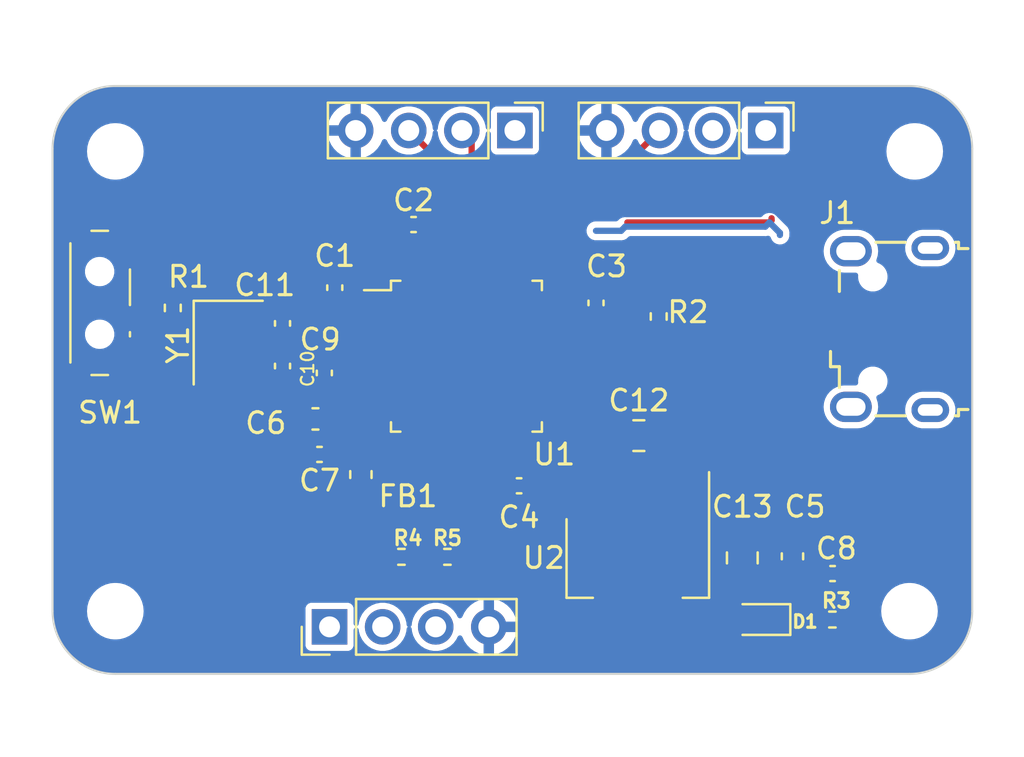
<source format=kicad_pcb>
(kicad_pcb (version 20221018) (generator pcbnew)
  (layers (0 "F.Cu" signal) (31 "B.Cu" power) (34 "B.Paste" user) (35 "F.Paste" user) (36 "B.SilkS" user "B.Silkscreen") (37 "F.SilkS" user "F.Silkscreen") (38 "B.Mask" user) (39 "F.Mask" user) (44 "Edge.Cuts" user))
  (net 0 "")
  (net 1 "+3.3V")
  (net 2 "GND")
  (net 3 "+3.3VA")
  (net 4 "/NRST")
  (net 5 "/HSE_OUT")
  (net 6 "/HSE_IN")
  (net 7 "VBUS")
  (net 8 "/PWR_LED_K")
  (net 9 "/USB_D-")
  (net 10 "/USB_D+")
  (net 13 "/SWDIO")
  (net 14 "/SWCLK")
  (net 15 "/USART1_TX")
  (net 16 "/USART1_RX")
  (net 17 "/I2C2_SCL")
  (net 18 "/I2C2_SDA")
  (net 19 "/SW_BOOT0")
  (net 20 "/BOOT0")
  (footprint "Capacitor_SMD:C_0402_1005Metric" (layer "F.Cu") (at 169 51.27 -90)
    (fp_text reference "C10" (at 0.13 -1.2 -90) (layer "F.SilkS") (effects (font (size 0.6 0.6) (thickness 0.1) bold)))
    (fp_text value "10p")
    (fp_line (start -0.107836 -0.36) (end 0.107836 -0.36) (stroke (width 0.12)) (layer "F.SilkS"))
    (fp_line (start -0.107836 0.36) (end 0.107836 0.36) (stroke (width 0.12)) (layer "F.SilkS"))
    (pad "1" smd roundrect (at -0.48 0 270) (size 0.56 0.62) (layers "F.Cu" "F.Paste" "F.Mask") (net 5 "/HSE_OUT"))
    (pad "2" smd roundrect (at 0.48 0 270) (size 0.56 0.62) (layers "F.Cu" "F.Paste" "F.Mask") (net 2 "GND"))
  )
  (footprint "Capacitor_SMD:C_0805_2012Metric" (layer "F.Cu") (at 191 60.45 90)
    (fp_text reference "C13" (at 2.45 0 180) (layer "F.SilkS"))
    (fp_text value "22u")
    (fp_line (start -0.261252 -0.735) (end 0.261252 -0.735) (stroke (width 0.12)) (layer "F.SilkS"))
    (fp_line (start -0.261252 0.735) (end 0.261252 0.735) (stroke (width 0.12)) (layer "F.SilkS"))
    (pad "1" smd roundrect (at -0.95 0 90) (size 1 1.45) (layers "F.Cu" "F.Paste" "F.Mask") (net 1 "+3.3V"))
    (pad "2" smd roundrect (at 0.95 0 90) (size 1 1.45) (layers "F.Cu" "F.Paste" "F.Mask") (net 2 "GND"))
  )
  (footprint "Resistor_SMD:R_0402_1005Metric" (layer "F.Cu") (at 195.31 63.4)
    (fp_text reference "R3" (at 0.19 -0.9) (layer "F.SilkS") (effects (font (size 0.7 0.7))))
    (fp_text value "1k5")
    (fp_line (start -0.153641 -0.38) (end 0.153641 -0.38) (stroke (width 0.12)) (layer "F.SilkS"))
    (fp_line (start -0.153641 0.38) (end 0.153641 0.38) (stroke (width 0.12)) (layer "F.SilkS"))
    (pad "1" smd roundrect (at -0.51 0) (size 0.54 0.64) (layers "F.Cu" "F.Paste" "F.Mask") (net 8 "/PWR_LED_K"))
    (pad "2" smd roundrect (at 0.51 0) (size 0.54 0.64) (layers "F.Cu" "F.Paste" "F.Mask") (net 2 "GND"))
  )
  (footprint "Package_TO_SOT_SMD:SOT-223-3_TabPin2" (layer "F.Cu") (at 186 60.45 -90)
    (fp_text reference "U2" (at 0 4.5 -180) (layer "F.SilkS"))
    (fp_text value "AMS1117-3.3")
    (fp_line (start -4.1 -3.41) (end 1.91 -3.41) (stroke (width 0.12)) (layer "F.SilkS"))
    (fp_line (start -1.85 3.41) (end 1.91 3.41) (stroke (width 0.12)) (layer "F.SilkS"))
    (fp_line (start 1.91 -3.41) (end 1.91 -2.15) (stroke (width 0.12)) (layer "F.SilkS"))
    (fp_line (start 1.91 3.41) (end 1.91 2.15) (stroke (width 0.12)) (layer "F.SilkS"))
    (pad "1" smd rect (at -3.15 -2.3 270) (size 2 1.5) (layers "F.Cu" "F.Paste" "F.Mask") (net 2 "GND"))
    (pad "2" smd rect (at -3.15 0 270) (size 2 1.5) (layers "F.Cu" "F.Paste" "F.Mask") (net 1 "+3.3V"))
    (pad "2" smd rect (at 3.15 0 270) (size 2 3.8) (layers "F.Cu" "F.Paste" "F.Mask") (net 1 "+3.3V"))
    (pad "3" smd rect (at -3.15 2.3 270) (size 2 1.5) (layers "F.Cu" "F.Paste" "F.Mask") (net 7 "VBUS"))
  )
  (footprint "Capacitor_SMD:C_0603_1608Metric" (layer "F.Cu") (at 193.4 60.375 90)
    (fp_text reference "C5" (at 2.375 0.6) (layer "F.SilkS"))
    (fp_text value "10u")
    (fp_line (start -0.14058 -0.51) (end 0.14058 -0.51) (stroke (width 0.12)) (layer "F.SilkS"))
    (fp_line (start -0.14058 0.51) (end 0.14058 0.51) (stroke (width 0.12)) (layer "F.SilkS"))
    (pad "1" smd roundrect (at -0.775 0 90) (size 0.9 0.95) (layers "F.Cu" "F.Paste" "F.Mask") (net 1 "+3.3V"))
    (pad "2" smd roundrect (at 0.775 0 90) (size 0.9 0.95) (layers "F.Cu" "F.Paste" "F.Mask") (net 2 "GND"))
  )
  (footprint "Capacitor_SMD:C_0402_1005Metric" (layer "F.Cu") (at 171 51.6 -90)
    (fp_text reference "C9" (at -1.6 0.2) (layer "F.SilkS"))
    (fp_text value "100n")
    (fp_line (start -0.107836 -0.36) (end 0.107836 -0.36) (stroke (width 0.12)) (layer "F.SilkS"))
    (fp_line (start -0.107836 0.36) (end 0.107836 0.36) (stroke (width 0.12)) (layer "F.SilkS"))
    (pad "1" smd roundrect (at -0.48 0 270) (size 0.56 0.62) (layers "F.Cu" "F.Paste" "F.Mask") (net 4 "/NRST"))
    (pad "2" smd roundrect (at 0.48 0 270) (size 0.56 0.62) (layers "F.Cu" "F.Paste" "F.Mask") (net 2 "GND"))
  )
  (footprint "Capacitor_SMD:C_0402_1005Metric" (layer "F.Cu") (at 170.77 55.5 180)
    (fp_text reference "C7" (at 0 -1.25) (layer "F.SilkS"))
    (fp_text value "1u")
    (fp_line (start -0.107836 -0.36) (end 0.107836 -0.36) (stroke (width 0.12)) (layer "F.SilkS"))
    (fp_line (start -0.107836 0.36) (end 0.107836 0.36) (stroke (width 0.12)) (layer "F.SilkS"))
    (pad "1" smd roundrect (at -0.48 0 180) (size 0.56 0.62) (layers "F.Cu" "F.Paste" "F.Mask") (net 3 "+3.3VA"))
    (pad "2" smd roundrect (at 0.48 0 180) (size 0.56 0.62) (layers "F.Cu" "F.Paste" "F.Mask") (net 2 "GND"))
  )
  (footprint "MountingHole:MountingHole_2.2mm_M2" (layer "F.Cu") (at 161 41)
    (fp_text reference "H1")
    (fp_text value "MountingHole")
    (pad "" np_thru_hole circle (at 0 0) (size 2.2 2.2) (drill 2.2) (layers "*.Cu" "*.Mask"))
  )
  (footprint "Connector_PinHeader_2.54mm:PinHeader_1x04_P2.54mm_Vertical" (layer "F.Cu") (at 180.12 40 -90)
    (fp_text reference "J3")
    (fp_text value "Conn_01x04_Pin")
    (fp_line (start -1.33 -1.33) (end 0 -1.33) (stroke (width 0.12)) (layer "F.SilkS"))
    (fp_line (start -1.33 0) (end -1.33 -1.33) (stroke (width 0.12)) (layer "F.SilkS"))
    (fp_line (start -1.33 1.27) (end -1.33 8.95) (stroke (width 0.12)) (layer "F.SilkS"))
    (fp_line (start -1.33 1.27) (end 1.33 1.27) (stroke (width 0.12)) (layer "F.SilkS"))
    (fp_line (start -1.33 8.95) (end 1.33 8.95) (stroke (width 0.12)) (layer "F.SilkS"))
    (fp_line (start 1.33 1.27) (end 1.33 8.95) (stroke (width 0.12)) (layer "F.SilkS"))
    (pad "1" thru_hole rect (at 0 0 270) (size 1.7 1.7) (drill 1) (layers "*.Cu" "*.Mask") (net 1 "+3.3V"))
    (pad "2" thru_hole oval (at 0 2.54 270) (size 1.7 1.7) (drill 1) (layers "*.Cu" "*.Mask") (net 15 "/USART1_TX"))
    (pad "3" thru_hole oval (at 0 5.08 270) (size 1.7 1.7) (drill 1) (layers "*.Cu" "*.Mask") (net 16 "/USART1_RX"))
    (pad "4" thru_hole oval (at 0 7.62 270) (size 1.7 1.7) (drill 1) (layers "*.Cu" "*.Mask") (net 2 "GND"))
  )
  (footprint "MountingHole:MountingHole_2.2mm_M2" (layer "F.Cu") (at 161 63)
    (fp_text reference "H3")
    (fp_text value "MountingHole")
    (pad "" np_thru_hole circle (at 0 0) (size 2.2 2.2) (drill 2.2) (layers "*.Cu" "*.Mask"))
  )
  (footprint "Connector_USB:USB_Micro-B_Wuerth_629105150521" (layer "F.Cu") (at 198.045 49.5 90)
    (fp_text reference "J1" (at 5.55 -2.5 180) (layer "F.SilkS"))
    (fp_text value "USB_B_Micro")
    (fp_line (start -4.15 -0.65) (end -4.15 0.75) (stroke (width 0.15)) (layer "F.SilkS"))
    (fp_line (start -4.15 3.15) (end -4.15 3.3) (stroke (width 0.15)) (layer "F.SilkS"))
    (fp_line (start -4.15 3.3) (end -3.85 3.3) (stroke (width 0.15)) (layer "F.SilkS"))
    (fp_line (start -3.85 3.3) (end -3.85 3.75) (stroke (width 0.15)) (layer "F.SilkS"))
    (fp_line (start -1.8 -2.825) (end -1.8 -2.4) (stroke (width 0.15)) (layer "F.SilkS"))
    (fp_line (start -1.8 -2.4) (end -2.8 -2.4) (stroke (width 0.15)) (layer "F.SilkS"))
    (fp_line (start -1.075 -2.825) (end -1.8 -2.825) (stroke (width 0.15)) (layer "F.SilkS"))
    (fp_line (start 1.8 -2.4) (end 2.8 -2.4) (stroke (width 0.15)) (layer "F.SilkS"))
    (fp_line (start 3.85 3.3) (end 4.15 3.3) (stroke (width 0.15)) (layer "F.SilkS"))
    (fp_line (start 3.85 3.75) (end 3.85 3.3) (stroke (width 0.15)) (layer "F.SilkS"))
    (fp_line (start 4.15 0.75) (end 4.15 -0.65) (stroke (width 0.15)) (layer "F.SilkS"))
    (fp_line (start 4.15 3.3) (end 4.15 3.15) (stroke (width 0.15)) (layer "F.SilkS"))
    (pad "" np_thru_hole oval (at -2.5 -0.8 90) (size 0.8 0.8) (drill 0.8) (layers "*.Cu" "*.Mask"))
    (pad "" np_thru_hole oval (at 2.5 -0.8 90) (size 0.8 0.8) (drill 0.8) (layers "*.Cu" "*.Mask"))
    (pad "1" smd rect (at -1.3 -1.9 90) (size 0.45 1.3) (layers "F.Cu" "F.Paste" "F.Mask") (net 7 "VBUS"))
    (pad "2" smd rect (at -0.65 -1.9 90) (size 0.45 1.3) (layers "F.Cu" "F.Paste" "F.Mask") (net 9 "/USB_D-"))
    (pad "3" smd rect (at 0 -1.9 90) (size 0.45 1.3) (layers "F.Cu" "F.Paste" "F.Mask") (net 10 "/USB_D+"))
    (pad "4" smd rect (at 0.65 -1.9 90) (size 0.45 1.3) (layers "F.Cu" "F.Paste" "F.Mask"))
    (pad "5" smd rect (at 1.3 -1.9 90) (size 0.45 1.3) (layers "F.Cu" "F.Paste" "F.Mask") (net 2 "GND"))
    (pad "6" thru_hole oval (at -3.875 1.95 90) (size 1.15 1.8) (drill oval 0.55 1.2) (layers "*.Cu" "*.Mask"))
    (pad "6" thru_hole oval (at -3.725 -1.85 90) (size 1.45 2) (drill oval 0.85 1.4) (layers "*.Cu" "*.Mask"))
    (pad "6" thru_hole oval (at 3.725 -1.85 90) (size 1.45 2) (drill oval 0.85 1.4) (layers "*.Cu" "*.Mask"))
    (pad "6" thru_hole oval (at 3.875 1.95 90) (size 1.15 1.8) (drill oval 0.55 1.2) (layers "*.Cu" "*.Mask"))
  )
  (footprint "Resistor_SMD:R_0402_1005Metric" (layer "F.Cu") (at 163.75 48.49 90)
    (fp_text reference "R1" (at 1.49 0.75 180) (layer "F.SilkS"))
    (fp_text value "10k")
    (fp_line (start -0.153641 -0.38) (end 0.153641 -0.38) (stroke (width 0.12)) (layer "F.SilkS"))
    (fp_line (start -0.153641 0.38) (end 0.153641 0.38) (stroke (width 0.12)) (layer "F.SilkS"))
    (pad "1" smd roundrect (at -0.51 0 90) (size 0.54 0.64) (layers "F.Cu" "F.Paste" "F.Mask") (net 19 "/SW_BOOT0"))
    (pad "2" smd roundrect (at 0.51 0 90) (size 0.54 0.64) (layers "F.Cu" "F.Paste" "F.Mask") (net 20 "/BOOT0"))
  )
  (footprint "Capacitor_SMD:C_0402_1005Metric" (layer "F.Cu") (at 175.27 44.5)
    (fp_text reference "C2" (at 0 -1.16) (layer "F.SilkS"))
    (fp_text value "100n")
    (fp_line (start -0.107836 -0.36) (end 0.107836 -0.36) (stroke (width 0.12)) (layer "F.SilkS"))
    (fp_line (start -0.107836 0.36) (end 0.107836 0.36) (stroke (width 0.12)) (layer "F.SilkS"))
    (pad "1" smd roundrect (at -0.48 0) (size 0.56 0.62) (layers "F.Cu" "F.Paste" "F.Mask") (net 1 "+3.3V"))
    (pad "2" smd roundrect (at 0.48 0) (size 0.56 0.62) (layers "F.Cu" "F.Paste" "F.Mask") (net 2 "GND"))
  )
  (footprint "Connector_PinHeader_2.54mm:PinHeader_1x04_P2.54mm_Vertical" (layer "F.Cu") (at 192.12 40 -90)
    (fp_text reference "J2")
    (fp_text value "Conn_01x04_Pin")
    (fp_line (start -1.33 -1.33) (end 0 -1.33) (stroke (width 0.12)) (layer "F.SilkS"))
    (fp_line (start -1.33 0) (end -1.33 -1.33) (stroke (width 0.12)) (layer "F.SilkS"))
    (fp_line (start -1.33 1.27) (end -1.33 8.95) (stroke (width 0.12)) (layer "F.SilkS"))
    (fp_line (start -1.33 1.27) (end 1.33 1.27) (stroke (width 0.12)) (layer "F.SilkS"))
    (fp_line (start -1.33 8.95) (end 1.33 8.95) (stroke (width 0.12)) (layer "F.SilkS"))
    (fp_line (start 1.33 1.27) (end 1.33 8.95) (stroke (width 0.12)) (layer "F.SilkS"))
    (pad "1" thru_hole rect (at 0 0 270) (size 1.7 1.7) (drill 1) (layers "*.Cu" "*.Mask") (net 1 "+3.3V"))
    (pad "2" thru_hole oval (at 0 2.54 270) (size 1.7 1.7) (drill 1) (layers "*.Cu" "*.Mask") (net 13 "/SWDIO"))
    (pad "3" thru_hole oval (at 0 5.08 270) (size 1.7 1.7) (drill 1) (layers "*.Cu" "*.Mask") (net 14 "/SWCLK"))
    (pad "4" thru_hole oval (at 0 7.62 270) (size 1.7 1.7) (drill 1) (layers "*.Cu" "*.Mask") (net 2 "GND"))
  )
  (footprint "Capacitor_SMD:C_0603_1608Metric" (layer "F.Cu") (at 170.575 53.8 180)
    (fp_text reference "C6" (at 2.375 -0.2 180) (layer "F.SilkS"))
    (fp_text value "10n")
    (fp_line (start -0.14058 -0.51) (end 0.14058 -0.51) (stroke (width 0.12)) (layer "F.SilkS"))
    (fp_line (start -0.14058 0.51) (end 0.14058 0.51) (stroke (width 0.12)) (layer "F.SilkS"))
    (pad "1" smd roundrect (at -0.775 0 180) (size 0.9 0.95) (layers "F.Cu" "F.Paste" "F.Mask") (net 3 "+3.3VA"))
    (pad "2" smd roundrect (at 0.775 0 180) (size 0.9 0.95) (layers "F.Cu" "F.Paste" "F.Mask") (net 2 "GND"))
  )
  (footprint "Package_QFP:LQFP-48_7x7mm_P0.5mm" (layer "F.Cu") (at 177.8 50.8)
    (fp_text reference "U1" (at 4.2 4.7) (layer "F.SilkS"))
    (fp_text value "STM32F103C8T6")
    (fp_line (start -3.61 -3.61) (end -3.61 -3.16) (stroke (width 0.12)) (layer "F.SilkS"))
    (fp_line (start -3.61 -3.16) (end -4.9 -3.16) (stroke (width 0.12)) (layer "F.SilkS"))
    (fp_line (start -3.61 3.61) (end -3.61 3.16) (stroke (width 0.12)) (layer "F.SilkS"))
    (fp_line (start -3.16 -3.61) (end -3.61 -3.61) (stroke (width 0.12)) (layer "F.SilkS"))
    (fp_line (start -3.16 3.61) (end -3.61 3.61) (stroke (width 0.12)) (layer "F.SilkS"))
    (fp_line (start 3.16 -3.61) (end 3.61 -3.61) (stroke (width 0.12)) (layer "F.SilkS"))
    (fp_line (start 3.16 3.61) (end 3.61 3.61) (stroke (width 0.12)) (layer "F.SilkS"))
    (fp_line (start 3.61 -3.61) (end 3.61 -3.16) (stroke (width 0.12)) (layer "F.SilkS"))
    (fp_line (start 3.61 3.61) (end 3.61 3.16) (stroke (width 0.12)) (layer "F.SilkS"))
    (pad "1" smd roundrect (at -4.1625 -2.75) (size 1.475 0.3) (layers "F.Cu" "F.Paste" "F.Mask") (net 1 "+3.3V"))
    (pad "2" smd roundrect (at -4.1625 -2.25) (size 1.475 0.3) (layers "F.Cu" "F.Paste" "F.Mask"))
    (pad "3" smd roundrect (at -4.1625 -1.75) (size 1.475 0.3) (layers "F.Cu" "F.Paste" "F.Mask"))
    (pad "4" smd roundrect (at -4.1625 -1.25) (size 1.475 0.3) (layers "F.Cu" "F.Paste" "F.Mask"))
    (pad "5" smd roundrect (at -4.1625 -0.75) (size 1.475 0.3) (layers "F.Cu" "F.Paste" "F.Mask") (net 6 "/HSE_IN"))
    (pad "6" smd roundrect (at -4.1625 -0.25) (size 1.475 0.3) (layers "F.Cu" "F.Paste" "F.Mask") (net 5 "/HSE_OUT"))
    (pad "7" smd roundrect (at -4.1625 0.25) (size 1.475 0.3) (layers "F.Cu" "F.Paste" "F.Mask") (net 4 "/NRST"))
    (pad "8" smd roundrect (at -4.1625 0.75) (size 1.475 0.3) (layers "F.Cu" "F.Paste" "F.Mask") (net 2 "GND"))
    (pad "9" smd roundrect (at -4.1625 1.25) (size 1.475 0.3) (layers "F.Cu" "F.Paste" "F.Mask") (net 3 "+3.3VA"))
    (pad "10" smd roundrect (at -4.1625 1.75) (size 1.475 0.3) (layers "F.Cu" "F.Paste" "F.Mask"))
    (pad "11" smd roundrect (at -4.1625 2.25) (size 1.475 0.3) (layers "F.Cu" "F.Paste" "F.Mask"))
    (pad "12" smd roundrect (at -4.1625 2.75) (size 1.475 0.3) (layers "F.Cu" "F.Paste" "F.Mask"))
    (pad "13" smd roundrect (at -2.75 4.1625) (size 0.3 1.475) (layers "F.Cu" "F.Paste" "F.Mask"))
    (pad "14" smd roundrect (at -2.25 4.1625) (size 0.3 1.475) (layers "F.Cu" "F.Paste" "F.Mask"))
    (pad "15" smd roundrect (at -1.75 4.1625) (size 0.3 1.475) (layers "F.Cu" "F.Paste" "F.Mask"))
    (pad "16" smd roundrect (at -1.25 4.1625) (size 0.3 1.475) (layers "F.Cu" "F.Paste" "F.Mask"))
    (pad "17" smd roundrect (at -0.75 4.1625) (size 0.3 1.475) (layers "F.Cu" "F.Paste" "F.Mask"))
    (pad "18" smd roundrect (at -0.25 4.1625) (size 0.3 1.475) (layers "F.Cu" "F.Paste" "F.Mask"))
    (pad "19" smd roundrect (at 0.25 4.1625) (size 0.3 1.475) (layers "F.Cu" "F.Paste" "F.Mask"))
    (pad "20" smd roundrect (at 0.75 4.1625) (size 0.3 1.475) (layers "F.Cu" "F.Paste" "F.Mask"))
    (pad "21" smd roundrect (at 1.25 4.1625) (size 0.3 1.475) (layers "F.Cu" "F.Paste" "F.Mask") (net 17 "/I2C2_SCL"))
    (pad "22" smd roundrect (at 1.75 4.1625) (size 0.3 1.475) (layers "F.Cu" "F.Paste" "F.Mask") (net 18 "/I2C2_SDA"))
    (pad "23" smd roundrect (at 2.25 4.1625) (size 0.3 1.475) (layers "F.Cu" "F.Paste" "F.Mask") (net 2 "GND"))
    (pad "24" smd roundrect (at 2.75 4.1625) (size 0.3 1.475) (layers "F.Cu" "F.Paste" "F.Mask") (net 1 "+3.3V"))
    (pad "25" smd roundrect (at 4.1625 2.75) (size 1.475 0.3) (layers "F.Cu" "F.Paste" "F.Mask"))
    (pad "26" smd roundrect (at 4.1625 2.25) (size 1.475 0.3) (layers "F.Cu" "F.Paste" "F.Mask"))
    (pad "27" smd roundrect (at 4.1625 1.75) (size 1.475 0.3) (layers "F.Cu" "F.Paste" "F.Mask"))
    (pad "28" smd roundrect (at 4.1625 1.25) (size 1.475 0.3) (layers "F.Cu" "F.Paste" "F.Mask"))
    (pad "29" smd roundrect (at 4.1625 0.75) (size 1.475 0.3) (layers "F.Cu" "F.Paste" "F.Mask"))
    (pad "30" smd roundrect (at 4.1625 0.25) (size 1.475 0.3) (layers "F.Cu" "F.Paste" "F.Mask"))
    (pad "31" smd roundrect (at 4.1625 -0.25) (size 1.475 0.3) (layers "F.Cu" "F.Paste" "F.Mask"))
    (pad "32" smd roundrect (at 4.1625 -0.75) (size 1.475 0.3) (layers "F.Cu" "F.Paste" "F.Mask") (net 9 "/USB_D-"))
    (pad "33" smd roundrect (at 4.1625 -1.25) (size 1.475 0.3) (layers "F.Cu" "F.Paste" "F.Mask") (net 10 "/USB_D+"))
    (pad "34" smd roundrect (at 4.1625 -1.75) (size 1.475 0.3) (layers "F.Cu" "F.Paste" "F.Mask") (net 13 "/SWDIO"))
    (pad "35" smd roundrect (at 4.1625 -2.25) (size 1.475 0.3) (layers "F.Cu" "F.Paste" "F.Mask") (net 2 "GND"))
    (pad "36" smd roundrect (at 4.1625 -2.75) (size 1.475 0.3) (layers "F.Cu" "F.Paste" "F.Mask") (net 1 "+3.3V"))
    (pad "37" smd roundrect (at 2.75 -4.1625) (size 0.3 1.475) (layers "F.Cu" "F.Paste" "F.Mask") (net 14 "/SWCLK"))
    (pad "38" smd roundrect (at 2.25 -4.1625) (size 0.3 1.475) (layers "F.Cu" "F.Paste" "F.Mask"))
    (pad "39" smd roundrect (at 1.75 -4.1625) (size 0.3 1.475) (layers "F.Cu" "F.Paste" "F.Mask"))
    (pad "40" smd roundrect (at 1.25 -4.1625) (size 0.3 1.475) (layers "F.Cu" "F.Paste" "F.Mask"))
    (pad "41" smd roundrect (at 0.75 -4.1625) (size 0.3 1.475) (layers "F.Cu" "F.Paste" "F.Mask"))
    (pad "42" smd roundrect (at 0.25 -4.1625) (size 0.3 1.475) (layers "F.Cu" "F.Paste" "F.Mask") (net 15 "/USART1_TX"))
    (pad "43" smd roundrect (at -0.25 -4.1625) (size 0.3 1.475) (layers "F.Cu" "F.Paste" "F.Mask") (net 16 "/USART1_RX"))
    (pad "44" smd roundrect (at -0.75 -4.1625) (size 0.3 1.475) (layers "F.Cu" "F.Paste" "F.Mask") (net 20 "/BOOT0"))
    (pad "45" smd roundrect (at -1.25 -4.1625) (size 0.3 1.475) (layers "F.Cu" "F.Paste" "F.Mask"))
    (pad "46" smd roundrect (at -1.75 -4.1625) (size 0.3 1.475) (layers "F.Cu" "F.Paste" "F.Mask"))
    (pad "47" smd roundrect (at -2.25 -4.1625) (size 0.3 1.475) (layers "F.Cu" "F.Paste" "F.Mask") (net 2 "GND"))
    (pad "48" smd roundrect (at -2.75 -4.1625) (size 0.3 1.475) (layers "F.Cu" "F.Paste" "F.Mask") (net 1 "+3.3V"))
  )
  (footprint "Capacitor_SMD:C_0805_2012Metric" (layer "F.Cu") (at 186.05 54.6)
    (fp_text reference "C12" (at 0 -1.68) (layer "F.SilkS"))
    (fp_text value "22u")
    (fp_line (start -0.261252 -0.735) (end 0.261252 -0.735) (stroke (width 0.12)) (layer "F.SilkS"))
    (fp_line (start -0.261252 0.735) (end 0.261252 0.735) (stroke (width 0.12)) (layer "F.SilkS"))
    (pad "1" smd roundrect (at -0.95 0) (size 1 1.45) (layers "F.Cu" "F.Paste" "F.Mask") (net 7 "VBUS"))
    (pad "2" smd roundrect (at 0.95 0) (size 1 1.45) (layers "F.Cu" "F.Paste" "F.Mask") (net 2 "GND"))
  )
  (footprint "Crystal:Crystal_SMD_3225-4Pin_3.2x2.5mm" (layer "F.Cu") (at 166.4 50.15 -90)
    (fp_text reference "Y1" (at 0.1 2.4 90) (layer "F.SilkS"))
    (fp_text value "16MHz")
    (fp_line (start -2 -1.65) (end -2 1.65) (stroke (width 0.12)) (layer "F.SilkS"))
    (fp_line (start -2 1.65) (end 2 1.65) (stroke (width 0.12)) (layer "F.SilkS"))
    (pad "1" smd rect (at -1.1 0.85 270) (size 1.4 1.2) (layers "F.Cu" "F.Paste" "F.Mask") (net 6 "/HSE_IN"))
    (pad "2" smd rect (at 1.1 0.85 270) (size 1.4 1.2) (layers "F.Cu" "F.Paste" "F.Mask") (net 2 "GND"))
    (pad "3" smd rect (at 1.1 -0.85 270) (size 1.4 1.2) (layers "F.Cu" "F.Paste" "F.Mask") (net 5 "/HSE_OUT"))
    (pad "4" smd rect (at -1.1 -0.85 270) (size 1.4 1.2) (layers "F.Cu" "F.Paste" "F.Mask") (net 2 "GND"))
  )
  (footprint "Connector_PinHeader_2.54mm:PinHeader_1x04_P2.54mm_Vertical" (layer "F.Cu") (at 171.25 63.75 90)
    (fp_text reference "J4")
    (fp_text value "Conn_01x04_Pin")
    (fp_line (start -1.33 -1.33) (end 0 -1.33) (stroke (width 0.12)) (layer "F.SilkS"))
    (fp_line (start -1.33 0) (end -1.33 -1.33) (stroke (width 0.12)) (layer "F.SilkS"))
    (fp_line (start -1.33 1.27) (end -1.33 8.95) (stroke (width 0.12)) (layer "F.SilkS"))
    (fp_line (start -1.33 1.27) (end 1.33 1.27) (stroke (width 0.12)) (layer "F.SilkS"))
    (fp_line (start -1.33 8.95) (end 1.33 8.95) (stroke (width 0.12)) (layer "F.SilkS"))
    (fp_line (start 1.33 1.27) (end 1.33 8.95) (stroke (width 0.12)) (layer "F.SilkS"))
    (pad "1" thru_hole rect (at 0 0 90) (size 1.7 1.7) (drill 1) (layers "*.Cu" "*.Mask") (net 1 "+3.3V"))
    (pad "2" thru_hole oval (at 0 2.54 90) (size 1.7 1.7) (drill 1) (layers "*.Cu" "*.Mask") (net 17 "/I2C2_SCL"))
    (pad "3" thru_hole oval (at 0 5.08 90) (size 1.7 1.7) (drill 1) (layers "*.Cu" "*.Mask") (net 18 "/I2C2_SDA"))
    (pad "4" thru_hole oval (at 0 7.62 90) (size 1.7 1.7) (drill 1) (layers "*.Cu" "*.Mask") (net 2 "GND"))
  )
  (footprint "Capacitor_SMD:C_0402_1005Metric" (layer "F.Cu") (at 171.5 47.52 90)
    (fp_text reference "C1" (at 1.52 0 180) (layer "F.SilkS"))
    (fp_text value "100n")
    (fp_line (start -0.107836 -0.36) (end 0.107836 -0.36) (stroke (width 0.12)) (layer "F.SilkS"))
    (fp_line (start -0.107836 0.36) (end 0.107836 0.36) (stroke (width 0.12)) (layer "F.SilkS"))
    (pad "1" smd roundrect (at -0.48 0 90) (size 0.56 0.62) (layers "F.Cu" "F.Paste" "F.Mask") (net 1 "+3.3V"))
    (pad "2" smd roundrect (at 0.48 0 90) (size 0.56 0.62) (layers "F.Cu" "F.Paste" "F.Mask") (net 2 "GND"))
  )
  (footprint "Resistor_SMD:R_0402_1005Metric" (layer "F.Cu") (at 187 48.9 -90)
    (fp_text reference "R2" (at -0.21 -1.4 -180) (layer "F.SilkS"))
    (fp_text value "1k5")
    (fp_line (start -0.153641 -0.38) (end 0.153641 -0.38) (stroke (width 0.12)) (layer "F.SilkS"))
    (fp_line (start -0.153641 0.38) (end 0.153641 0.38) (stroke (width 0.12)) (layer "F.SilkS"))
    (pad "1" smd roundrect (at -0.51 0 270) (size 0.54 0.64) (layers "F.Cu" "F.Paste" "F.Mask") (net 1 "+3.3V"))
    (pad "2" smd roundrect (at 0.51 0 270) (size 0.54 0.64) (layers "F.Cu" "F.Paste" "F.Mask") (net 10 "/USB_D+"))
  )
  (footprint "Capacitor_SMD:C_0402_1005Metric" (layer "F.Cu") (at 180.32 57 180)
    (fp_text reference "C4" (at 0 -1.5) (layer "F.SilkS"))
    (fp_text value "100n")
    (fp_line (start -0.107836 -0.36) (end 0.107836 -0.36) (stroke (width 0.12)) (layer "F.SilkS"))
    (fp_line (start -0.107836 0.36) (end 0.107836 0.36) (stroke (width 0.12)) (layer "F.SilkS"))
    (pad "1" smd roundrect (at -0.48 0 180) (size 0.56 0.62) (layers "F.Cu" "F.Paste" "F.Mask") (net 1 "+3.3V"))
    (pad "2" smd roundrect (at 0.48 0 180) (size 0.56 0.62) (layers "F.Cu" "F.Paste" "F.Mask") (net 2 "GND"))
  )
  (footprint "Button_Switch_SMD:SW_SPDT_PCM12" (layer "F.Cu") (at 160.58 48.25 -90)
    (fp_text reference "SW1" (at 5.25 -0.17 -180) (layer "F.SilkS"))
    (fp_text value "SW_SPDT")
    (fp_line (start -3.45 -0.07) (end -3.45 0.72) (stroke (width 0.12)) (layer "F.SilkS"))
    (fp_line (start -2.85 1.73) (end 2.85 1.73) (stroke (width 0.12)) (layer "F.SilkS"))
    (fp_line (start -1.6 -1.12) (end 0.1 -1.12) (stroke (width 0.12)) (layer "F.SilkS"))
    (fp_line (start 1.4 -1.12) (end 1.6 -1.12) (stroke (width 0.12)) (layer "F.SilkS"))
    (fp_line (start 3.45 0.72) (end 3.45 -0.07) (stroke (width 0.12)) (layer "F.SilkS"))
    (pad "" smd rect (at -3.65 -0.78 270) (size 1 0.8) (layers "F.Cu" "F.Paste" "F.Mask"))
    (pad "" smd rect (at -3.65 1.43 270) (size 1 0.8) (layers "F.Cu" "F.Paste" "F.Mask"))
    (pad "" np_thru_hole circle (at -1.5 0.33 270) (size 0.9 0.9) (drill 0.9) (layers "*.Cu" "*.Mask"))
    (pad "" np_thru_hole circle (at 1.5 0.33 270) (size 0.9 0.9) (drill 0.9) (layers "*.Cu" "*.Mask"))
    (pad "" smd rect (at 3.65 -0.78 270) (size 1 0.8) (layers "F.Cu" "F.Paste" "F.Mask"))
    (pad "" smd rect (at 3.65 1.43 270) (size 1 0.8) (layers "F.Cu" "F.Paste" "F.Mask"))
    (pad "1" smd rect (at -2.25 -1.43 270) (size 0.7 1.5) (layers "F.Cu" "F.Paste" "F.Mask") (net 2 "GND"))
    (pad "2" smd rect (at 0.75 -1.43 270) (size 0.7 1.5) (layers "F.Cu" "F.Paste" "F.Mask") (net 19 "/SW_BOOT0"))
    (pad "3" smd rect (at 2.25 -1.43 270) (size 0.7 1.5) (layers "F.Cu" "F.Paste" "F.Mask") (net 1 "+3.3V"))
  )
  (footprint "Resistor_SMD:R_0402_1005Metric" (layer "F.Cu") (at 174.69 60.4 180)
    (fp_text reference "R4" (at -0.31 0.9) (layer "F.SilkS") (effects (font (size 0.7 0.7))))
    (fp_text value "1k5")
    (fp_line (start -0.153641 -0.38) (end 0.153641 -0.38) (stroke (width 0.12)) (layer "F.SilkS"))
    (fp_line (start -0.153641 0.38) (end 0.153641 0.38) (stroke (width 0.12)) (layer "F.SilkS"))
    (pad "1" smd roundrect (at -0.51 0 180) (size 0.54 0.64) (layers "F.Cu" "F.Paste" "F.Mask") (net 1 "+3.3V"))
    (pad "2" smd roundrect (at 0.51 0 180) (size 0.54 0.64) (layers "F.Cu" "F.Paste" "F.Mask") (net 17 "/I2C2_SCL"))
  )
  (footprint "Capacitor_SMD:C_0402_1005Metric" (layer "F.Cu") (at 184 48.25 -90)
    (fp_text reference "C3" (at -1.75 -0.5 -180) (layer "F.SilkS"))
    (fp_text value "100n")
    (fp_line (start -0.107836 -0.36) (end 0.107836 -0.36) (stroke (width 0.12)) (layer "F.SilkS"))
    (fp_line (start -0.107836 0.36) (end 0.107836 0.36) (stroke (width 0.12)) (layer "F.SilkS"))
    (pad "1" smd roundrect (at -0.48 0 270) (size 0.56 0.62) (layers "F.Cu" "F.Paste" "F.Mask") (net 1 "+3.3V"))
    (pad "2" smd roundrect (at 0.48 0 270) (size 0.56 0.62) (layers "F.Cu" "F.Paste" "F.Mask") (net 2 "GND"))
  )
  (footprint "Capacitor_SMD:C_0402_1005Metric" (layer "F.Cu") (at 169 49.23 90)
    (fp_text reference "C11" (at 1.83 -0.85 180) (layer "F.SilkS"))
    (fp_text value "10p")
    (fp_line (start -0.107836 -0.36) (end 0.107836 -0.36) (stroke (width 0.12)) (layer "F.SilkS"))
    (fp_line (start -0.107836 0.36) (end 0.107836 0.36) (stroke (width 0.12)) (layer "F.SilkS"))
    (pad "1" smd roundrect (at -0.48 0 90) (size 0.56 0.62) (layers "F.Cu" "F.Paste" "F.Mask") (net 6 "/HSE_IN"))
    (pad "2" smd roundrect (at 0.48 0 90) (size 0.56 0.62) (layers "F.Cu" "F.Paste" "F.Mask") (net 2 "GND"))
  )
  (footprint "Capacitor_SMD:C_0402_1005Metric" (layer "F.Cu") (at 195.32 61.2)
    (fp_text reference "C8" (at 0.18 -1.2) (layer "F.SilkS"))
    (fp_text value "1u")
    (fp_line (start -0.107836 -0.36) (end 0.107836 -0.36) (stroke (width 0.12)) (layer "F.SilkS"))
    (fp_line (start -0.107836 0.36) (end 0.107836 0.36) (stroke (width 0.12)) (layer "F.SilkS"))
    (pad "1" smd roundrect (at -0.48 0) (size 0.56 0.62) (layers "F.Cu" "F.Paste" "F.Mask") (net 1 "+3.3V"))
    (pad "2" smd roundrect (at 0.48 0) (size 0.56 0.62) (layers "F.Cu" "F.Paste" "F.Mask") (net 2 "GND"))
  )
  (footprint "LED_SMD:LED_0603_1608Metric" (layer "F.Cu") (at 191.8125 63.4 180)
    (fp_text reference "D1" (at -2.1875 -0.1) (layer "F.SilkS") (effects (font (size 0.6 0.6))))
    (fp_text value "LED_RED")
    (fp_line (start -1.485 -0.735) (end -1.485 0.735) (stroke (width 0.12)) (layer "F.SilkS"))
    (fp_line (start -1.485 0.735) (end 0.8 0.735) (stroke (width 0.12)) (layer "F.SilkS"))
    (fp_line (start 0.8 -0.735) (end -1.485 -0.735) (stroke (width 0.12)) (layer "F.SilkS"))
    (pad "1" smd roundrect (at -0.7875 0 180) (size 0.875 0.95) (layers "F.Cu" "F.Paste" "F.Mask") (net 8 "/PWR_LED_K"))
    (pad "2" smd roundrect (at 0.7875 0 180) (size 0.875 0.95) (layers "F.Cu" "F.Paste" "F.Mask") (net 1 "+3.3V"))
  )
  (footprint "Inductor_SMD:L_0603_1608Metric" (layer "F.Cu") (at 172.75 56.4625 -90)
    (fp_text reference "FB1" (at 1.0375 -2.25 -180) (layer "F.SilkS"))
    (fp_text value "120R")
    (fp_line (start -0.162779 -0.51) (end 0.162779 -0.51) (stroke (width 0.12)) (layer "F.SilkS"))
    (fp_line (start -0.162779 0.51) (end 0.162779 0.51) (stroke (width 0.12)) (layer "F.SilkS"))
    (pad "1" smd roundrect (at -0.7875 0 270) (size 0.875 0.95) (layers "F.Cu" "F.Paste" "F.Mask") (net 3 "+3.3VA"))
    (pad "2" smd roundrect (at 0.7875 0 270) (size 0.875 0.95) (layers "F.Cu" "F.Paste" "F.Mask") (net 1 "+3.3V"))
  )
  (footprint "Resistor_SMD:R_0402_1005Metric" (layer "F.Cu") (at 176.89 60.4)
    (fp_text reference "R5" (at 0 -0.9) (layer "F.SilkS") (effects (font (size 0.7 0.7))))
    (fp_text value "1k5")
    (fp_line (start -0.153641 -0.38) (end 0.153641 -0.38) (stroke (width 0.12)) (layer "F.SilkS"))
    (fp_line (start -0.153641 0.38) (end 0.153641 0.38) (stroke (width 0.12)) (layer "F.SilkS"))
    (pad "1" smd roundrect (at -0.51 0) (size 0.54 0.64) (layers "F.Cu" "F.Paste" "F.Mask") (net 1 "+3.3V"))
    (pad "2" smd roundrect (at 0.51 0) (size 0.54 0.64) (layers "F.Cu" "F.Paste" "F.Mask") (net 18 "/I2C2_SDA"))
  )
  (footprint "MountingHole:MountingHole_2.2mm_M2" (layer "F.Cu") (at 199 63)
    (fp_text reference "H4")
    (fp_text value "MountingHole")
    (pad "" np_thru_hole circle (at 0 0) (size 2.2 2.2) (drill 2.2) (layers "*.Cu" "*.Mask"))
  )
  (footprint "MountingHole:MountingHole_2.2mm_M2" (layer "F.Cu") (at 199.25 41)
    (fp_text reference "H2")
    (fp_text value "MountingHole")
    (pad "" np_thru_hole circle (at 0 0) (size 2.2 2.2) (drill 2.2) (layers "*.Cu" "*.Mask"))
  )
  (gr_line (start 202 40.87132) (end 202 63) (stroke (width 0.1)) (layer "Edge.Cuts"))
  (gr_arc (start 202 63) (mid 201.12132 65.12132) (end 199 66) (stroke (width 0.1)) (layer "Edge.Cuts"))
  (gr_arc (start 158 40.87132) (mid 158.87868 38.75) (end 161 37.87132) (stroke (width 0.1)) (layer "Edge.Cuts"))
  (gr_arc (start 161 66) (mid 158.87868 65.12132) (end 158 63) (stroke (width 0.1)) (layer "Edge.Cuts"))
  (gr_line (start 158 63) (end 158 40.87132) (stroke (width 0.1)) (layer "Edge.Cuts"))
  (gr_line (start 199 66) (end 161 66) (stroke (width 0.1)) (layer "Edge.Cuts"))
  (gr_line (start 161 37.87132) (end 199 37.87132) (stroke (width 0.1)) (layer "Edge.Cuts"))
  (gr_arc (start 199 37.87132) (mid 201.12132 38.75) (end 202 40.87132) (stroke (width 0.1)) (layer "Edge.Cuts"))
  (segment (start 192.3 44.4) (end 192.4 44.3) (width 0.3) (layer "F.Cu") (net 0))
  (segment (start 192.4 44.3) (end 192.4 44.2) (width 0.3) (layer "F.Cu") (net 0))
  (segment (start 185.5 44.4) (end 192.3 44.4) (width 0.3) (layer "F.Cu") (net 0))
  (segment (start 192.1 44.6) (end 192.3 44.4) (width 0.3) (layer "B.Cu") (net 0))
  (segment (start 192.8 44.9) (end 192.8 45) (width 0.3) (layer "B.Cu") (net 0))
  (segment (start 192.3 44.4) (end 192.8 44.9) (width 0.3) (layer "B.Cu") (net 0))
  (segment (start 184 44.8) (end 185.2 44.8) (width 0.3) (layer "B.Cu") (net 0))
  (segment (start 185.4 44.6) (end 192.1 44.6) (width 0.3) (layer "B.Cu") (net 0))
  (segment (start 185.2 44.8) (end 185.4 44.6) (width 0.3) (layer "B.Cu") (net 0))
  (segment (start 174.8 44.51) (end 174.79 44.5) (width 0.3) (layer "F.Cu") (net 1))
  (segment (start 181.9625 48.05) (end 182.95 48.05) (width 0.3) (layer "F.Cu") (net 1))
  (segment (start 173.6375 48.05) (end 171.55 48.05) (width 0.3) (layer "F.Cu") (net 1))
  (segment (start 183.97 47.8) (end 184 47.77) (width 0.3) (layer "F.Cu") (net 1))
  (segment (start 175.05 46.6375) (end 175.05 45.65) (width 0.3) (layer "F.Cu") (net 1))
  (segment (start 174.8 45.4) (end 174.8 44.51) (width 0.3) (layer "F.Cu") (net 1))
  (segment (start 171.55 48.05) (end 171.5 48) (width 0.3) (layer "F.Cu") (net 1))
  (segment (start 182.95 48.05) (end 183.2 47.8) (width 0.3) (layer "F.Cu") (net 1))
  (segment (start 180.55 55.95) (end 180.8 56.2) (width 0.3) (layer "F.Cu") (net 1))
  (segment (start 183.2 47.8) (end 183.97 47.8) (width 0.3) (layer "F.Cu") (net 1))
  (segment (start 180.8 56.2) (end 180.8 57) (width 0.3) (layer "F.Cu") (net 1))
  (segment (start 175.05 45.65) (end 174.8 45.4) (width 0.3) (layer "F.Cu") (net 1))
  (segment (start 180.55 54.9625) (end 180.55 55.95) (width 0.3) (layer "F.Cu") (net 1))
  (segment (start 181.9625 48.55) (end 182.95 48.55) (width 0.3) (layer "F.Cu") (net 2))
  (segment (start 179.8 56.96) (end 179.84 57) (width 0.3) (layer "F.Cu") (net 2))
  (segment (start 179.8 56.2) (end 179.8 56.96) (width 0.3) (layer "F.Cu") (net 2))
  (segment (start 182.95 48.55) (end 183.2 48.8) (width 0.3) (layer "F.Cu") (net 2))
  (segment (start 183.93 48.8) (end 184 48.73) (width 0.3) (layer "F.Cu") (net 2))
  (segment (start 180.05 54.9625) (end 180.05 55.95) (width 0.3) (layer "F.Cu") (net 2))
  (segment (start 180.05 55.95) (end 179.8 56.2) (width 0.3) (layer "F.Cu") (net 2))
  (segment (start 171.32 52.08) (end 171.85 51.55) (width 0.3) (layer "F.Cu") (net 2))
  (segment (start 175.55 45.65) (end 175.8 45.4) (width 0.3) (layer "F.Cu") (net 2))
  (segment (start 175.8 45.4) (end 175.8 44.55) (width 0.3) (layer "F.Cu") (net 2))
  (segment (start 175.55 46.6375) (end 175.55 45.65) (width 0.3) (layer "F.Cu") (net 2))
  (segment (start 171 52.08) (end 171.32 52.08) (width 0.3) (layer "F.Cu") (net 2))
  (segment (start 175.8 44.55) (end 175.75 44.5) (width 0.3) (layer "F.Cu") (net 2))
  (segment (start 171.85 51.55) (end 173.6375 51.55) (width 0.3) (layer "F.Cu") (net 2))
  (segment (start 183.2 48.8) (end 183.93 48.8) (width 0.3) (layer "F.Cu") (net 2))
  (segment (start 173.6375 52.05) (end 172.798959 52.05) (width 0.3) (layer "F.Cu") (net 3))
  (segment (start 172.798959 52.05) (end 171.35 53.498959) (width 0.3) (layer "F.Cu") (net 3))
  (segment (start 171.35 53.498959) (end 171.35 53.8) (width 0.3) (layer "F.Cu") (net 3))
  (segment (start 171 51.12) (end 171.07 51.05) (width 0.3) (layer "F.Cu") (net 4))
  (segment (start 171.07 51.05) (end 173.6375 51.05) (width 0.3) (layer "F.Cu") (net 4))
  (segment (start 171.95 50.55) (end 171.6 50.2) (width 0.3) (layer "F.Cu") (net 5))
  (segment (start 167.71 50.79) (end 167.25 51.25) (width 0.3) (layer "F.Cu") (net 5))
  (segment (start 169 50.79) (end 167.71 50.79) (width 0.3) (layer "F.Cu") (net 5))
  (segment (start 173.6375 50.55) (end 171.95 50.55) (width 0.3) (layer "F.Cu") (net 5))
  (segment (start 170.4 50.2) (end 169.8 50.8) (width 0.3) (layer "F.Cu") (net 5))
  (segment (start 169.8 50.8) (end 169.01 50.8) (width 0.3) (layer "F.Cu") (net 5))
  (segment (start 171.6 50.2) (end 170.4 50.2) (width 0.3) (layer "F.Cu") (net 5))
  (segment (start 169.01 50.8) (end 169 50.79) (width 0.3) (layer "F.Cu") (net 5))
  (segment (start 171.807107 49.7) (end 169.01 49.7) (width 0.3) (layer "F.Cu") (net 6))
  (segment (start 169.09 49.8) (end 169 49.71) (width 0.3) (layer "F.Cu") (net 6))
  (segment (start 168.51 50.2) (end 166.6 50.2) (width 0.3) (layer "F.Cu") (net 6))
  (segment (start 173.6375 50.05) (end 172.157106 50.05) (width 0.3) (layer "F.Cu") (net 6))
  (segment (start 172.157106 50.05) (end 171.807107 49.7) (width 0.3) (layer "F.Cu") (net 6))
  (segment (start 166.6 50.2) (end 165.55 49.15) (width 0.3) (layer "F.Cu") (net 6))
  (segment (start 165.55 49.15) (end 165.55 49.05) (width 0.3) (layer "F.Cu") (net 6))
  (segment (start 169 49.71) (end 168.51 50.2) (width 0.3) (layer "F.Cu") (net 6))
  (segment (start 169.01 49.7) (end 169 49.71) (width 0.3) (layer "F.Cu") (net 6))
  (segment (start 181.9625 50.05) (end 195.069999 50.05) (width 0.2) (layer "F.Cu") (net 9))
  (segment (start 195.069999 50.05) (end 195.169999 50.15) (width 0.2) (layer "F.Cu") (net 9))
  (segment (start 195.169999 50.15) (end 196.145 50.15) (width 0.2) (layer "F.Cu") (net 9))
  (segment (start 195.875 50.125) (end 196 50.25) (width 0.2) (layer "F.Cu") (net 9))
  (segment (start 182.0125 49.6) (end 195.069999 49.6) (width 0.2) (layer "F.Cu") (net 10))
  (segment (start 195.069999 49.6) (end 195.169999 49.5) (width 0.2) (layer "F.Cu") (net 10))
  (segment (start 181.9625 49.55) (end 182.012499 49.599999) (width 0.2) (layer "F.Cu") (net 10))
  (segment (start 181.9625 49.55) (end 182.0125 49.6) (width 0.2) (layer "F.Cu") (net 10))
  (segment (start 195.169999 49.5) (end 196.145 49.5) (width 0.2) (layer "F.Cu") (net 10))
  (segment (start 182.012499 49.599999) (end 182.0125 49.6) (width 0.2) (layer "F.Cu") (net 10))
  (segment (start 180.55 46.49) (end 187.04 40) (width 0.3) (layer "F.Cu") (net 14))
  (segment (start 180.55 46.6375) (end 180.55 46.49) (width 0.3) (layer "F.Cu") (net 14))
  (segment (start 178.05 40.47) (end 177.58 40) (width 0.3) (layer "F.Cu") (net 15))
  (segment (start 178.05 46.6375) (end 178.05 40.47) (width 0.3) (layer "F.Cu") (net 15))
  (segment (start 177.55 46.6375) (end 177.55 42.51) (width 0.3) (layer "F.Cu") (net 16))
  (segment (start 177.55 42.51) (end 175.04 40) (width 0.3) (layer "F.Cu") (net 16))
  (zone (net 2) (net_name "GND") (layer "B.Cu") (connect_pads (clearance 0.3)) (min_thickness 0.25) (fill yes (thermal_gap 0.5) (thermal_bridge_width 0.5))
    (polygon (pts (xy 157.5 37.5) (xy 202 37.5) (xy 202 66) (xy 158 66)))
  )
)
</source>
